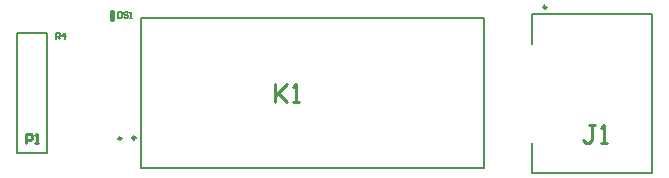
<source format=gto>
G04*
G04 #@! TF.GenerationSoftware,Altium Limited,Altium Designer,23.8.1 (32)*
G04*
G04 Layer_Color=65535*
%FSLAX44Y44*%
%MOMM*%
G71*
G04*
G04 #@! TF.SameCoordinates,518562CC-B56E-4454-A7A6-5D8183682021*
G04*
G04*
G04 #@! TF.FilePolarity,Positive*
G04*
G01*
G75*
%ADD10C,0.2500*%
%ADD11C,0.4000*%
%ADD12C,0.2000*%
%ADD13C,0.1270*%
%ADD14C,0.2540*%
D10*
X703280Y1290930D02*
G03*
X703280Y1290930I-1250J0D01*
G01*
X355460Y1180430D02*
G03*
X355460Y1180430I-1250J0D01*
G01*
X343370Y1179830D02*
G03*
X343370Y1179830I-1250J0D01*
G01*
D11*
X335290Y1280970D02*
Y1286970D01*
D12*
X690880Y1150930D02*
X792480D01*
Y1284930D01*
X690880D02*
X792480D01*
X690880Y1259530D02*
Y1284930D01*
Y1150930D02*
Y1176330D01*
X360460Y1154430D02*
Y1281430D01*
Y1154430D02*
X650460D01*
Y1281430D01*
X360460D02*
X650460D01*
X280623Y1167130D02*
Y1268730D01*
X255222D02*
X280623D01*
X255222Y1167130D02*
Y1268730D01*
Y1167130D02*
X280623D01*
D13*
X340785Y1286509D02*
Y1281431D01*
X343325D01*
X344171Y1282277D01*
Y1285663D01*
X343325Y1286509D01*
X340785D01*
X349249Y1285663D02*
X348403Y1286509D01*
X346710D01*
X345864Y1285663D01*
Y1284816D01*
X346710Y1283970D01*
X348403D01*
X349249Y1283124D01*
Y1282277D01*
X348403Y1281431D01*
X346710D01*
X345864Y1282277D01*
X350942Y1281431D02*
X352635D01*
X351788D01*
Y1286509D01*
X350942Y1285663D01*
X287868Y1263651D02*
Y1268729D01*
X290407D01*
X291254Y1267883D01*
Y1266190D01*
X290407Y1265344D01*
X287868D01*
X289561D02*
X291254Y1263651D01*
X295486D02*
Y1268729D01*
X292946Y1266190D01*
X296332D01*
D14*
X744220Y1191257D02*
X739142D01*
X741681D01*
Y1178562D01*
X739142Y1176022D01*
X736602D01*
X734063Y1178562D01*
X749298Y1176022D02*
X754377D01*
X751838D01*
Y1191257D01*
X749298Y1188718D01*
X473713Y1225547D02*
Y1210312D01*
Y1215391D01*
X483870Y1225547D01*
X476253Y1217930D01*
X483870Y1210312D01*
X488948D02*
X494027D01*
X491488D01*
Y1225547D01*
X488948Y1223008D01*
X262892Y1176021D02*
Y1183639D01*
X266700D01*
X267970Y1182369D01*
Y1179830D01*
X266700Y1178560D01*
X262892D01*
X270509Y1176021D02*
X273048D01*
X271779D01*
Y1183639D01*
X270509Y1182369D01*
M02*

</source>
